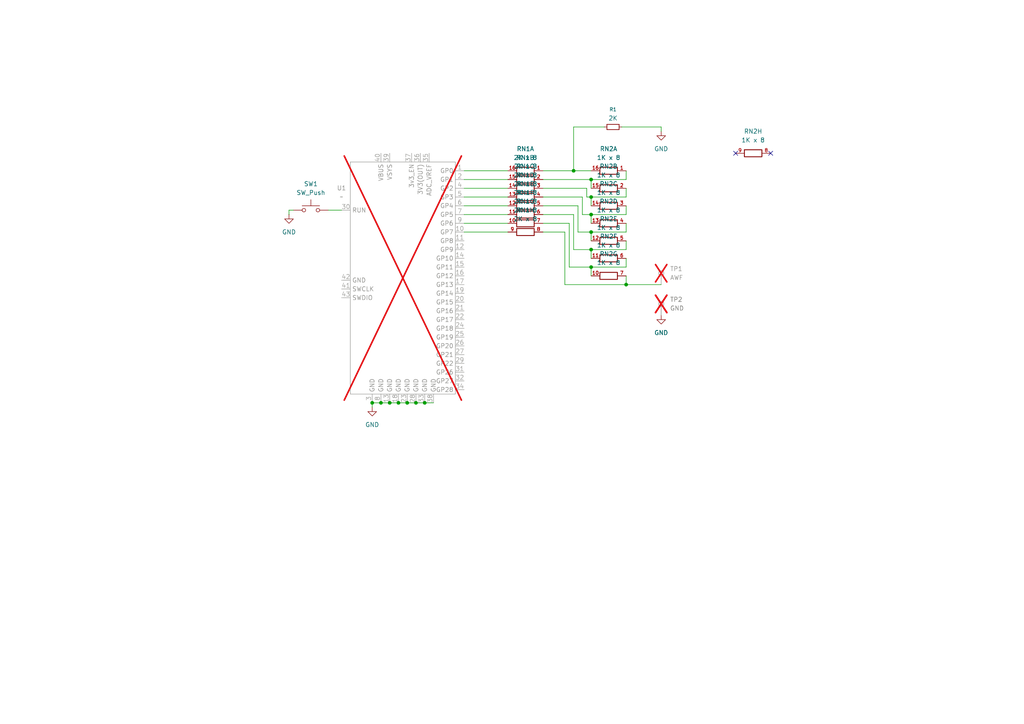
<source format=kicad_sch>
(kicad_sch (version 20250114) (generator "eeschema") (generator_version "9.0")
  (paper "A4")
  (lib_symbols
    (symbol "Connector:TestPoint" (pin_numbers (hide yes)) (pin_names (offset 0.762) (hide yes))
      (property "Reference" "TP" (at 0 6.858 0))
      (property "Value" "TestPoint" (at 0 5.08 0))
      (symbol "TestPoint_0_1"
        (circle (center 0 3.302) (radius 0.762))
      )
      (symbol "TestPoint_1_1"
        (pin passive line (at 0 0 90) (length 2.54) (name "1") (number "1"))
      )
    )
    (symbol "Device:R_Small" (pin_numbers (hide yes)) (pin_names (offset 0.254) (hide yes))
      (property "Reference" "R" (at 0 0 90))
      (property "Value" "R_Small" (at 1.778 0 90))
      (symbol "R_Small_0_1"
        (rectangle (start -0.762 1.778) (end 0.762 -1.778) (stroke (width 0.2032)))
      )
      (symbol "R_Small_1_1"
        (pin passive line (at 0 2.54 270) (length 0.762) (name "~") (number "1"))
        (pin passive line (at 0 -2.54 90) (length 0.762) (name "~") (number "2"))
      )
    )
    (symbol "MCU_RaspberryPiPico:PiPico"
      (property "Reference" "U" (at 0 0 0))
      (symbol "PiPico_0_0"
        (pin input line (at -17.78 20.32 0) (length 2.54) (name "RUN") (number "30"))
        (pin passive line (at -8.89 -35.56 90) (length 2.54) (name "GND") (number "3"))
        (pin power_in line (at -6.35 36.83 270) (length 2.54) (name "VBUS") (number "40"))
        (pin passive line (at -6.35 -35.56 90) (length 2.54) (name "GND") (number "8"))
        (pin power_in line (at -3.81 36.83 270) (length 2.54) (name "VSYS") (number "39"))
        (pin passive line (at -3.81 -35.56 90) (length 2.54) (name "GND") (number "13"))
        (pin passive line (at -1.27 -35.56 90) (length 2.54) (name "GND") (number "18"))
        (pin passive line (at 1.27 -35.56 90) (length 2.54) (name "GND") (number "23"))
        (pin input line (at 2.54 36.83 270) (length 2.54) (name "3v3_EN") (number "37"))
        (pin passive line (at 3.81 -35.56 90) (length 2.54) (name "GND") (number "28"))
        (pin power_out line (at 5.08 36.83 270) (length 2.54) (name "3V3(OUT)") (number "36"))
        (pin passive line (at 6.35 -35.56 90) (length 2.54) (name "GND") (number "33"))
        (pin input line (at 7.62 36.83 270) (length 2.54) (name "ADC_VREF") (number "35"))
        (pin passive line (at 8.89 -35.56 90) (length 2.54) (name "GND") (number "38"))
        (pin bidirectional line (at 17.78 31.75 180) (length 2.54) (name "GP0") (number "1"))
        (pin bidirectional line (at 17.78 29.21 180) (length 2.54) (name "GP1") (number "2"))
        (pin bidirectional line (at 17.78 26.67 180) (length 2.54) (name "GP2") (number "4"))
        (pin bidirectional line (at 17.78 24.13 180) (length 2.54) (name "GP3") (number "5"))
        (pin bidirectional line (at 17.78 21.59 180) (length 2.54) (name "GP4") (number "6"))
        (pin bidirectional line (at 17.78 19.05 180) (length 2.54) (name "GP5") (number "7"))
        (pin bidirectional line (at 17.78 16.51 180) (length 2.54) (name "GP6") (number "9"))
        (pin bidirectional line (at 17.78 13.97 180) (length 2.54) (name "GP7") (number "10"))
        (pin bidirectional line (at 17.78 11.43 180) (length 2.54) (name "GP8") (number "11"))
        (pin bidirectional line (at 17.78 8.89 180) (length 2.54) (name "GP9") (number "12"))
        (pin bidirectional line (at 17.78 6.35 180) (length 2.54) (name "GP10") (number "14"))
        (pin bidirectional line (at 17.78 3.81 180) (length 2.54) (name "GP11") (number "15"))
        (pin bidirectional line (at 17.78 1.27 180) (length 2.54) (name "GP12") (number "16"))
        (pin bidirectional line (at 17.78 -1.27 180) (length 2.54) (name "GP13") (number "17"))
        (pin bidirectional line (at 17.78 -3.81 180) (length 2.54) (name "GP14") (number "19"))
        (pin bidirectional line (at 17.78 -6.35 180) (length 2.54) (name "GP15") (number "20"))
        (pin bidirectional line (at 17.78 -8.89 180) (length 2.54) (name "GP16") (number "21"))
        (pin bidirectional line (at 17.78 -11.43 180) (length 2.54) (name "GP17") (number "22"))
        (pin bidirectional line (at 17.78 -13.97 180) (length 2.54) (name "GP18") (number "24"))
        (pin bidirectional line (at 17.78 -16.51 180) (length 2.54) (name "GP19") (number "25"))
        (pin bidirectional line (at 17.78 -19.05 180) (length 2.54) (name "GP20") (number "26"))
        (pin bidirectional line (at 17.78 -21.59 180) (length 2.54) (name "GP21") (number "27"))
        (pin bidirectional line (at 17.78 -24.13 180) (length 2.54) (name "GP22") (number "29"))
        (pin bidirectional line (at 17.78 -26.67 180) (length 2.54) (name "GP26") (number "31"))
        (pin bidirectional line (at 17.78 -29.21 180) (length 2.54) (name "GP27") (number "32"))
        (pin bidirectional line (at 17.78 -31.75 180) (length 2.54) (name "GP28") (number "34"))
      )
      (symbol "PiPico_0_1"
        (rectangle (start -15.24 34.29) (end 15.24 -33.02))
      )
      (symbol "PiPico_1_0"
        (pin passive line (at -17.78 0 0) (length 2.54) (name "GND") (number "42"))
        (pin bidirectional line (at -17.78 -2.54 0) (length 2.54) (name "SWCLK") (number "41"))
        (pin bidirectional line (at -17.78 -5.08 0) (length 2.54) (name "SWDIO") (number "43"))
      )
    )
    (symbol "PCM_Resistor_AKL:R_8x0602_Sep_Convex" (pin_names (offset 0.002) (hide yes))
      (property "Reference" "RN" (at 2.54 1.27 0))
      (property "Value" "R_8x0602_Sep_Convex" (at 2.54 -1.27 0))
      (symbol "R_8x0602_Sep_Convex_0_1"
        (rectangle (start 1.016 2.54) (end -1.016 -2.54) (stroke (width 0.254)))
      )
      (symbol "R_8x0602_Sep_Convex_1_1"
        (pin passive line (at 0 5.08 270) (length 2.54) (name "R1.2") (number "16"))
        (pin passive line (at 0 -5.08 90) (length 2.54) (name "R1.1") (number "1"))
      )
      (symbol "R_8x0602_Sep_Convex_2_1"
        (pin passive line (at 0 5.08 270) (length 2.54) (name "R2.2") (number "15"))
        (pin passive line (at 0 -5.08 90) (length 2.54) (name "R2.1") (number "2"))
      )
      (symbol "R_8x0602_Sep_Convex_3_1"
        (pin passive line (at 0 5.08 270) (length 2.54) (name "R3.2") (number "14"))
        (pin passive line (at 0 -5.08 90) (length 2.54) (name "R3.1") (number "3"))
      )
      (symbol "R_8x0602_Sep_Convex_4_1"
        (pin passive line (at 0 5.08 270) (length 2.54) (name "R4.2") (number "13"))
        (pin passive line (at 0 -5.08 90) (length 2.54) (name "R4.1") (number "4"))
      )
      (symbol "R_8x0602_Sep_Convex_5_1"
        (pin passive line (at 0 5.08 270) (length 2.54) (name "R5.2") (number "12"))
        (pin passive line (at 0 -5.08 90) (length 2.54) (name "R5.1") (number "5"))
      )
      (symbol "R_8x0602_Sep_Convex_6_1"
        (pin passive line (at 0 5.08 270) (length 2.54) (name "R6.2") (number "11"))
        (pin passive line (at 0 -5.08 90) (length 2.54) (name "R6.1") (number "6"))
      )
      (symbol "R_8x0602_Sep_Convex_7_1"
        (pin passive line (at 0 5.08 270) (length 2.54) (name "R7.2") (number "10"))
        (pin passive line (at 0 -5.08 90) (length 2.54) (name "R7.1") (number "7"))
      )
      (symbol "R_8x0602_Sep_Convex_8_1"
        (pin passive line (at 0 5.08 270) (length 2.54) (name "R8.2") (number "9"))
        (pin passive line (at 0 -5.08 90) (length 2.54) (name "R8.1") (number "8"))
      )
    )
    (symbol "Switch:SW_Push" (pin_numbers (hide yes)) (pin_names (offset 1.016) (hide yes))
      (property "Reference" "SW" (at 1.27 2.54 0))
      (property "Value" "SW_Push" (at 0 -1.524 0))
      (symbol "SW_Push_0_1"
        (circle (center -2.032 0) (radius 0.508))
        (polyline (pts (xy 0 1.27) (xy 0 3.048)))
        (circle (center 2.032 0) (radius 0.508))
        (polyline (pts (xy 2.54 1.27) (xy -2.54 1.27)))
        (pin passive line (at -5.08 0 0) (length 2.54) (name "1") (number "1"))
        (pin passive line (at 5.08 0 180) (length 2.54) (name "2") (number "2"))
      )
    )
    (symbol "power:GND" (power) (pin_numbers (hide yes)) (pin_names (offset 0) (hide yes))
      (property "Value" "GND" (at 0 -3.81 0))
      (symbol "GND_0_1"
        (polyline (pts (xy 0 0) (xy 0 -1.27) (xy 1.27 -1.27) (xy 0 -2.54) (xy -1.27 -1.27) (xy 0 -1.27)))
      )
      (symbol "GND_1_1"
        (pin power_in line (at 0 0 270) (length 0) (name "~") (number "1"))
      )
    )
  )
  (junction (at 166.37 49.53))
  (junction (at 118.11 116.84))
  (junction (at 120.65 116.84))
  (junction (at 107.95 116.84))
  (junction (at 171.45 57.15))
  (junction (at 115.57 116.84))
  (junction (at 171.45 62.23))
  (junction (at 110.49 116.84))
  (junction (at 113.03 116.84))
  (junction (at 123.19 116.84))
  (junction (at 181.61 82.55))
  (junction (at 171.45 52.07))
  (junction (at 171.45 77.47))
  (junction (at 171.45 67.31))
  (junction (at 171.45 72.39))
  (no_connect (at 213.36 44.45))
  (no_connect (at 223.52 44.45))
  (wire (pts (xy 181.61 82.55) (xy 191.77 82.55)))
  (wire (pts (xy 191.77 36.83) (xy 191.77 38.1)))
  (wire (pts (xy 157.48 64.77) (xy 165.1 64.77)))
  (wire (pts (xy 168.91 62.23) (xy 171.45 62.23)))
  (wire (pts (xy 163.83 82.55) (xy 163.83 67.31)))
  (wire (pts (xy 181.61 54.61) (xy 181.61 57.15)))
  (wire (pts (xy 181.61 69.85) (xy 181.61 72.39)))
  (wire (pts (xy 166.37 36.83) (xy 175.26 36.83)))
  (wire (pts (xy 147.32 49.53) (xy 134.62 49.53)))
  (wire (pts (xy 147.32 64.77) (xy 134.62 64.77)))
  (wire (pts (xy 181.61 77.47) (xy 171.45 77.47)))
  (wire (pts (xy 166.37 49.53) (xy 157.48 49.53)))
  (wire (pts (xy 170.18 54.61) (xy 170.18 57.15)))
  (wire (pts (xy 166.37 49.53) (xy 171.45 49.53)))
  (wire (pts (xy 167.64 67.31) (xy 171.45 67.31)))
  (wire (pts (xy 113.03 116.84) (xy 115.57 116.84)))
  (wire (pts (xy 165.1 64.77) (xy 165.1 77.47)))
  (wire (pts (xy 147.32 52.07) (xy 134.62 52.07)))
  (wire (pts (xy 181.61 74.93) (xy 181.61 77.47)))
  (wire (pts (xy 180.34 36.83) (xy 191.77 36.83)))
  (wire (pts (xy 171.45 57.15) (xy 171.45 59.69)))
  (wire (pts (xy 147.32 59.69) (xy 134.62 59.69)))
  (wire (pts (xy 168.91 57.15) (xy 168.91 62.23)))
  (wire (pts (xy 170.18 57.15) (xy 171.45 57.15)))
  (wire (pts (xy 157.48 52.07) (xy 171.45 52.07)))
  (wire (pts (xy 115.57 116.84) (xy 118.11 116.84)))
  (wire (pts (xy 181.61 64.77) (xy 181.61 67.31)))
  (wire (pts (xy 166.37 36.83) (xy 166.37 49.53)))
  (wire (pts (xy 181.61 49.53) (xy 181.61 52.07)))
  (wire (pts (xy 120.65 116.84) (xy 123.19 116.84)))
  (wire (pts (xy 181.61 59.69) (xy 181.61 62.23)))
  (wire (pts (xy 165.1 77.47) (xy 171.45 77.47)))
  (wire (pts (xy 147.32 67.31) (xy 134.62 67.31)))
  (wire (pts (xy 157.48 54.61) (xy 170.18 54.61)))
  (wire (pts (xy 171.45 67.31) (xy 171.45 69.85)))
  (wire (pts (xy 110.49 116.84) (xy 113.03 116.84)))
  (wire (pts (xy 181.61 62.23) (xy 171.45 62.23)))
  (wire (pts (xy 123.19 116.84) (xy 125.73 116.84)))
  (wire (pts (xy 181.61 57.15) (xy 171.45 57.15)))
  (wire (pts (xy 166.37 72.39) (xy 171.45 72.39)))
  (wire (pts (xy 83.82 60.96) (xy 85.09 60.96)))
  (wire (pts (xy 181.61 80.01) (xy 181.61 82.55)))
  (wire (pts (xy 118.11 116.84) (xy 120.65 116.84)))
  (wire (pts (xy 157.48 67.31) (xy 163.83 67.31)))
  (wire (pts (xy 171.45 77.47) (xy 171.45 80.01)))
  (wire (pts (xy 181.61 72.39) (xy 171.45 72.39)))
  (wire (pts (xy 147.32 62.23) (xy 134.62 62.23)))
  (wire (pts (xy 181.61 67.31) (xy 171.45 67.31)))
  (wire (pts (xy 166.37 62.23) (xy 166.37 72.39)))
  (wire (pts (xy 181.61 52.07) (xy 171.45 52.07)))
  (wire (pts (xy 167.64 59.69) (xy 167.64 67.31)))
  (wire (pts (xy 107.95 116.84) (xy 110.49 116.84)))
  (wire (pts (xy 157.48 59.69) (xy 167.64 59.69)))
  (wire (pts (xy 171.45 52.07) (xy 171.45 54.61)))
  (wire (pts (xy 171.45 72.39) (xy 171.45 74.93)))
  (wire (pts (xy 147.32 54.61) (xy 134.62 54.61)))
  (wire (pts (xy 171.45 62.23) (xy 171.45 64.77)))
  (wire (pts (xy 157.48 57.15) (xy 168.91 57.15)))
  (wire (pts (xy 95.25 60.96) (xy 99.06 60.96)))
  (wire (pts (xy 157.48 62.23) (xy 166.37 62.23)))
  (wire (pts (xy 107.95 116.84) (xy 107.95 118.11)))
  (wire (pts (xy 181.61 82.55) (xy 163.83 82.55)))
  (wire (pts (xy 147.32 57.15) (xy 134.62 57.15)))
  (wire (pts (xy 83.82 62.23) (xy 83.82 60.96)))
  (symbol (lib_id "PCM_Resistor_AKL:R_8x0602_Sep_Convex") (at 152.4 54.61 90) (unit 3)
    (property "Reference" "RN1" (at 152.4 48.26 90))
    (property "Value" "2K x 8" (at 152.4 50.8 90))
    (property "Footprint" "PCM_Resistor_SMD_AKL:R_Array_Convex_8x0602" (effects (hide yes)))
    (property "Description" "8x0602 SMD Resistor Network, Isolated, European Symbol, Alternate KiCad Library" (effects (hide yes)))
    (property "LCSC" "C422185" (effects (hide yes)))
  )
  (symbol (lib_id "power:GND") (at 191.77 38.1 0) (unit 1)
    (property "Reference" "#PWR03" (effects (hide yes)))
    (property "Value" "GND" (at 191.77 43.18 0))
    (property "Description" "Power symbol creates a global label with name \"GND\" , ground" (effects (hide yes)))
  )
  (symbol (lib_id "PCM_Resistor_AKL:R_8x0602_Sep_Convex") (at 218.44 44.45 90) (unit 8)
    (property "Reference" "RN2" (at 218.44 38.1 90))
    (property "Value" "1K x 8" (at 218.44 40.64 90))
    (property "Footprint" "PCM_Resistor_SMD_AKL:R_Array_Convex_8x0602" (effects (hide yes)))
    (property "Description" "8x0602 SMD Resistor Network, Isolated, European Symbol, Alternate KiCad Library" (effects (hide yes)))
    (property "LCSC" "C874604" (effects (hide yes)))
  )
  (symbol (lib_id "MCU_RaspberryPiPico:PiPico") (at 116.84 81.28 0) (unit 1) (in_bom no) (dnp yes)
    (property "Reference" "U1" (at 99.06 54.5398 0))
    (property "Value" "~" (at 99.06 57.0798 0))
    (property "Footprint" "Library:RPi_Pico_SMD_TH" (effects (hide yes)))
  )
  (symbol (lib_id "Device:R_Small") (at 177.8 36.83 90) (unit 1)
    (property "Reference" "R1" (at 177.8 31.75 90) (effects (font (size 1.016 1.016))))
    (property "Value" "2K" (at 177.8 34.29 90))
    (property "Footprint" "PCM_Resistor_SMD_AKL:R_0603_1608Metric" (effects (hide yes)))
    (property "Description" "Resistor, small symbol" (effects (hide yes)))
    (property "LCSC" "C22975" (effects (hide yes)))
  )
  (symbol (lib_id "power:GND") (at 191.77 91.44 0) (unit 1)
    (property "Reference" "#PWR04" (effects (hide yes)))
    (property "Value" "GND" (at 191.77 96.52 0))
    (property "Description" "Power symbol creates a global label with name \"GND\" , ground" (effects (hide yes)))
  )
  (symbol (lib_id "PCM_Resistor_AKL:R_8x0602_Sep_Convex") (at 176.53 59.69 90) (unit 3)
    (property "Reference" "RN2" (at 176.53 53.34 90))
    (property "Value" "1K x 8" (at 176.53 55.88 90))
    (property "Footprint" "PCM_Resistor_SMD_AKL:R_Array_Convex_8x0602" (effects (hide yes)))
    (property "Description" "8x0602 SMD Resistor Network, Isolated, European Symbol, Alternate KiCad Library" (effects (hide yes)))
    (property "LCSC" "C874604" (effects (hide yes)))
  )
  (symbol (lib_id "PCM_Resistor_AKL:R_8x0602_Sep_Convex") (at 176.53 80.01 90) (unit 7)
    (property "Reference" "RN2" (at 176.53 73.66 90))
    (property "Value" "1K x 8" (at 176.53 76.2 90))
    (property "Footprint" "PCM_Resistor_SMD_AKL:R_Array_Convex_8x0602" (effects (hide yes)))
    (property "Description" "8x0602 SMD Resistor Network, Isolated, European Symbol, Alternate KiCad Library" (effects (hide yes)))
    (property "LCSC" "C874604" (effects (hide yes)))
  )
  (symbol (lib_id "PCM_Resistor_AKL:R_8x0602_Sep_Convex") (at 152.4 59.69 90) (unit 5)
    (property "Reference" "RN1" (at 152.4 53.34 90))
    (property "Value" "2K x 8" (at 152.4 55.88 90))
    (property "Footprint" "PCM_Resistor_SMD_AKL:R_Array_Convex_8x0602" (effects (hide yes)))
    (property "Description" "8x0602 SMD Resistor Network, Isolated, European Symbol, Alternate KiCad Library" (effects (hide yes)))
    (property "LCSC" "C422185" (effects (hide yes)))
  )
  (symbol (lib_id "PCM_Resistor_AKL:R_8x0602_Sep_Convex") (at 152.4 57.15 90) (unit 4)
    (property "Reference" "RN1" (at 152.4 50.8 90))
    (property "Value" "2K x 8" (at 152.4 53.34 90))
    (property "Footprint" "PCM_Resistor_SMD_AKL:R_Array_Convex_8x0602" (effects (hide yes)))
    (property "Description" "8x0602 SMD Resistor Network, Isolated, European Symbol, Alternate KiCad Library" (effects (hide yes)))
    (property "LCSC" "C422185" (effects (hide yes)))
  )
  (symbol (lib_id "PCM_Resistor_AKL:R_8x0602_Sep_Convex") (at 152.4 52.07 90) (unit 2)
    (property "Reference" "RN1" (at 152.4 45.72 90))
    (property "Value" "2K x 8" (at 152.4 48.26 90))
    (property "Footprint" "PCM_Resistor_SMD_AKL:R_Array_Convex_8x0602" (effects (hide yes)))
    (property "Description" "8x0602 SMD Resistor Network, Isolated, European Symbol, Alternate KiCad Library" (effects (hide yes)))
    (property "LCSC" "C422185" (effects (hide yes)))
  )
  (symbol (lib_id "Connector:TestPoint") (at 191.77 82.55 0) (unit 1) (in_bom no) (dnp yes)
    (property "Reference" "TP1" (at 194.31 77.9779 0) (effects (justify left)))
    (property "Value" "AWF" (at 194.31 80.5179 0) (effects (justify left)))
    (property "Footprint" "TestPoint:TestPoint_Loop_D2.60mm_Drill1.6mm_Beaded" (effects (hide yes)))
    (property "Description" "test point" (effects (hide yes)))
  )
  (symbol (lib_id "PCM_Resistor_AKL:R_8x0602_Sep_Convex") (at 152.4 64.77 90) (unit 7)
    (property "Reference" "RN1" (at 152.4 58.42 90))
    (property "Value" "2K x 8" (at 152.4 60.96 90))
    (property "Footprint" "PCM_Resistor_SMD_AKL:R_Array_Convex_8x0602" (effects (hide yes)))
    (property "Description" "8x0602 SMD Resistor Network, Isolated, European Symbol, Alternate KiCad Library" (effects (hide yes)))
    (property "LCSC" "C422185" (effects (hide yes)))
  )
  (symbol (lib_id "PCM_Resistor_AKL:R_8x0602_Sep_Convex") (at 176.53 69.85 90) (unit 5)
    (property "Reference" "RN2" (at 176.53 63.5 90))
    (property "Value" "1K x 8" (at 176.53 66.04 90))
    (property "Footprint" "PCM_Resistor_SMD_AKL:R_Array_Convex_8x0602" (effects (hide yes)))
    (property "Description" "8x0602 SMD Resistor Network, Isolated, European Symbol, Alternate KiCad Library" (effects (hide yes)))
    (property "LCSC" "C874604" (effects (hide yes)))
  )
  (symbol (lib_id "PCM_Resistor_AKL:R_8x0602_Sep_Convex") (at 152.4 67.31 90) (unit 8)
    (property "Reference" "RN1" (at 152.4 60.96 90))
    (property "Value" "2K x 8" (at 152.4 63.5 90))
    (property "Footprint" "PCM_Resistor_SMD_AKL:R_Array_Convex_8x0602" (effects (hide yes)))
    (property "Description" "8x0602 SMD Resistor Network, Isolated, European Symbol, Alternate KiCad Library" (effects (hide yes)))
    (property "LCSC" "C422185" (effects (hide yes)))
  )
  (symbol (lib_id "PCM_Resistor_AKL:R_8x0602_Sep_Convex") (at 176.53 64.77 90) (unit 4)
    (property "Reference" "RN2" (at 176.53 58.42 90))
    (property "Value" "1K x 8" (at 176.53 60.96 90))
    (property "Footprint" "PCM_Resistor_SMD_AKL:R_Array_Convex_8x0602" (effects (hide yes)))
    (property "Description" "8x0602 SMD Resistor Network, Isolated, European Symbol, Alternate KiCad Library" (effects (hide yes)))
    (property "LCSC" "C874604" (effects (hide yes)))
  )
  (symbol (lib_id "PCM_Resistor_AKL:R_8x0602_Sep_Convex") (at 176.53 74.93 90) (unit 6)
    (property "Reference" "RN2" (at 176.53 68.58 90))
    (property "Value" "1K x 8" (at 176.53 71.12 90))
    (property "Footprint" "PCM_Resistor_SMD_AKL:R_Array_Convex_8x0602" (effects (hide yes)))
    (property "Description" "8x0602 SMD Resistor Network, Isolated, European Symbol, Alternate KiCad Library" (effects (hide yes)))
    (property "LCSC" "C874604" (effects (hide yes)))
  )
  (symbol (lib_id "power:GND") (at 83.82 62.23 0) (unit 1)
    (property "Reference" "#PWR02" (effects (hide yes)))
    (property "Value" "GND" (at 83.82 67.31 0))
    (property "Description" "Power symbol creates a global label with name \"GND\" , ground" (effects (hide yes)))
  )
  (symbol (lib_id "power:GND") (at 107.95 118.11 0) (unit 1)
    (property "Reference" "#PWR01" (effects (hide yes)))
    (property "Value" "GND" (at 107.95 123.19 0))
    (property "Description" "Power symbol creates a global label with name \"GND\" , ground" (effects (hide yes)))
  )
  (symbol (lib_id "PCM_Resistor_AKL:R_8x0602_Sep_Convex") (at 152.4 62.23 90) (unit 6)
    (property "Reference" "RN1" (at 152.4 55.88 90))
    (property "Value" "2K x 8" (at 152.4 58.42 90))
    (property "Footprint" "PCM_Resistor_SMD_AKL:R_Array_Convex_8x0602" (effects (hide yes)))
    (property "Description" "8x0602 SMD Resistor Network, Isolated, European Symbol, Alternate KiCad Library" (effects (hide yes)))
    (property "LCSC" "C422185" (effects (hide yes)))
  )
  (symbol (lib_id "PCM_Resistor_AKL:R_8x0602_Sep_Convex") (at 176.53 49.53 90) (unit 1)
    (property "Reference" "RN2" (at 176.53 43.18 90))
    (property "Value" "1K x 8" (at 176.53 45.72 90))
    (property "Footprint" "PCM_Resistor_SMD_AKL:R_Array_Convex_8x0602" (effects (hide yes)))
    (property "Description" "8x0602 SMD Resistor Network, Isolated, European Symbol, Alternate KiCad Library" (effects (hide yes)))
    (property "LCSC" "C874604" (effects (hide yes)))
  )
  (symbol (lib_id "PCM_Resistor_AKL:R_8x0602_Sep_Convex") (at 176.53 54.61 90) (unit 2)
    (property "Reference" "RN2" (at 176.53 48.26 90))
    (property "Value" "1K x 8" (at 176.53 50.8 90))
    (property "Footprint" "PCM_Resistor_SMD_AKL:R_Array_Convex_8x0602" (effects (hide yes)))
    (property "Description" "8x0602 SMD Resistor Network, Isolated, European Symbol, Alternate KiCad Library" (effects (hide yes)))
    (property "LCSC" "C874604" (effects (hide yes)))
  )
  (symbol (lib_id "Switch:SW_Push") (at 90.17 60.96 0) (unit 1)
    (property "Reference" "SW1" (at 90.17 53.34 0))
    (property "Value" "SW_Push" (at 90.17 55.88 0))
    (property "Footprint" "Button_Switch_SMD:SW_SPST_EVQP0" (effects (hide yes)))
    (property "Description" "Push button switch, generic, two pins" (effects (hide yes)))
    (property "LCSC" "C3000008" (effects (hide yes)))
  )
  (symbol (lib_id "PCM_Resistor_AKL:R_8x0602_Sep_Convex") (at 152.4 49.53 90) (unit 1)
    (property "Reference" "RN1" (at 152.4 43.18 90))
    (property "Value" "2K x 8" (at 152.4 45.72 90))
    (property "Footprint" "PCM_Resistor_SMD_AKL:R_Array_Convex_8x0602" (effects (hide yes)))
    (property "Description" "8x0602 SMD Resistor Network, Isolated, European Symbol, Alternate KiCad Library" (effects (hide yes)))
    (property "LCSC" "C422185" (effects (hide yes)))
  )
  (symbol (lib_id "Connector:TestPoint") (at 191.77 91.44 0) (unit 1) (in_bom no) (dnp yes)
    (property "Reference" "TP2" (at 194.31 86.8679 0) (effects (justify left)))
    (property "Value" "GND" (at 194.31 89.4079 0) (effects (justify left)))
    (property "Footprint" "TestPoint:TestPoint_Loop_D2.60mm_Drill1.6mm_Beaded" (effects (hide yes)))
    (property "Description" "test point" (effects (hide yes)))
  )
)
</source>
